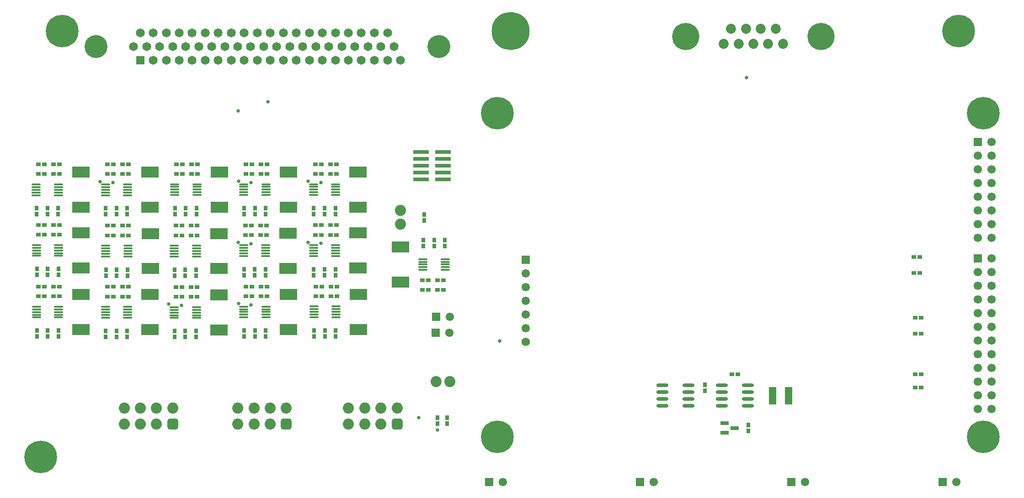
<source format=gts>
%FSLAX25Y25*%
%MOIN*%
G70*
G01*
G75*
G04 Layer_Color=8388736*
%ADD10R,0.02756X0.03150*%
%ADD11R,0.11000X0.02900*%
%ADD12O,0.08661X0.02362*%
%ADD13R,0.03150X0.02756*%
%ADD14R,0.05906X0.02362*%
%ADD15R,0.05118X0.03150*%
%ADD16R,0.12598X0.07874*%
%ADD17O,0.06890X0.01181*%
%ADD18C,0.01181*%
%ADD19C,0.01000*%
%ADD20C,0.01800*%
%ADD21C,0.02000*%
%ADD22C,0.03000*%
%ADD23C,0.07874*%
G04:AMPARAMS|DCode=24|XSize=78.74mil|YSize=78.74mil|CornerRadius=19.69mil|HoleSize=0mil|Usage=FLASHONLY|Rotation=0.000|XOffset=0mil|YOffset=0mil|HoleType=Round|Shape=RoundedRectangle|*
%AMROUNDEDRECTD24*
21,1,0.07874,0.03937,0,0,0.0*
21,1,0.03937,0.07874,0,0,0.0*
1,1,0.03937,0.01969,-0.01969*
1,1,0.03937,-0.01969,-0.01969*
1,1,0.03937,-0.01969,0.01969*
1,1,0.03937,0.01969,0.01969*
%
%ADD24ROUNDEDRECTD24*%
%ADD25C,0.23622*%
%ADD26C,0.05906*%
%ADD27R,0.05906X0.05906*%
%ADD28R,0.05906X0.05906*%
%ADD29C,0.27559*%
%ADD30C,0.06299*%
%ADD31R,0.06299X0.06299*%
%ADD32C,0.16535*%
%ADD33C,0.19685*%
%ADD34C,0.07087*%
%ADD35C,0.06000*%
%ADD36C,0.02756*%
%ADD37C,0.02362*%
%ADD38C,0.03937*%
%ADD39C,0.01969*%
%ADD40C,0.04000*%
%ADD41C,0.04000*%
%ADD42C,0.00787*%
%ADD43C,0.07937*%
%ADD44C,0.15811*%
%ADD45C,0.08331*%
%ADD46C,0.16598*%
%ADD47C,0.07543*%
G04:AMPARAMS|DCode=48|XSize=95.433mil|YSize=95.433mil|CornerRadius=0mil|HoleSize=0mil|Usage=FLASHONLY|Rotation=0.000|XOffset=0mil|YOffset=0mil|HoleType=Round|Shape=Relief|Width=10mil|Gap=10mil|Entries=4|*
%AMTHD48*
7,0,0,0.09543,0.07543,0.01000,45*
%
%ADD48THD48*%
%ADD49C,0.16205*%
%ADD50C,0.17779*%
%ADD51C,0.08685*%
%ADD52C,0.16520*%
%ADD53C,0.07000*%
%ADD54C,0.05181*%
G04:AMPARAMS|DCode=55|XSize=71.811mil|YSize=71.811mil|CornerRadius=0mil|HoleSize=0mil|Usage=FLASHONLY|Rotation=0.000|XOffset=0mil|YOffset=0mil|HoleType=Round|Shape=Relief|Width=10mil|Gap=10mil|Entries=4|*
%AMTHD55*
7,0,0,0.07181,0.05181,0.01000,45*
%
%ADD55THD55*%
%ADD56C,0.05969*%
G04:AMPARAMS|DCode=57|XSize=79.685mil|YSize=79.685mil|CornerRadius=0mil|HoleSize=0mil|Usage=FLASHONLY|Rotation=0.000|XOffset=0mil|YOffset=0mil|HoleType=Round|Shape=Relief|Width=10mil|Gap=10mil|Entries=4|*
%AMTHD57*
7,0,0,0.07969,0.05969,0.01000,45*
%
%ADD57THD57*%
%ADD58C,0.01772*%
%ADD59C,0.00984*%
%ADD60C,0.02362*%
%ADD61C,0.01575*%
%ADD62C,0.00394*%
%ADD63C,0.00750*%
%ADD64C,0.00500*%
%ADD65R,0.05800X0.12500*%
%ADD66R,0.02956X0.03350*%
%ADD67R,0.11200X0.03100*%
%ADD68O,0.08861X0.02562*%
%ADD69R,0.03350X0.02956*%
%ADD70R,0.06106X0.02562*%
%ADD71R,0.05318X0.03350*%
%ADD72R,0.12798X0.08074*%
%ADD73O,0.07090X0.01381*%
%ADD74C,0.08074*%
G04:AMPARAMS|DCode=75|XSize=80.74mil|YSize=80.74mil|CornerRadius=20.69mil|HoleSize=0mil|Usage=FLASHONLY|Rotation=0.000|XOffset=0mil|YOffset=0mil|HoleType=Round|Shape=RoundedRectangle|*
%AMROUNDEDRECTD75*
21,1,0.08074,0.03937,0,0,0.0*
21,1,0.03937,0.08074,0,0,0.0*
1,1,0.04137,0.01969,-0.01969*
1,1,0.04137,-0.01969,-0.01969*
1,1,0.04137,-0.01969,0.01969*
1,1,0.04137,0.01969,0.01969*
%
%ADD75ROUNDEDRECTD75*%
%ADD76C,0.00200*%
%ADD77C,0.23822*%
%ADD78C,0.06106*%
%ADD79R,0.06106X0.06106*%
%ADD80R,0.06106X0.06106*%
%ADD81C,0.27759*%
%ADD82C,0.06499*%
%ADD83R,0.06499X0.06499*%
%ADD84C,0.16735*%
%ADD85C,0.19885*%
%ADD86C,0.07287*%
%ADD87C,0.06200*%
%ADD88C,0.02562*%
D65*
X533598Y44691D02*
D03*
X545409Y44688D02*
D03*
D66*
X289370Y28740D02*
D03*
Y24409D02*
D03*
X296260Y24409D02*
D03*
Y28740D02*
D03*
X484385Y52713D02*
D03*
Y48382D02*
D03*
X515881Y23185D02*
D03*
Y18854D02*
D03*
X278972Y158370D02*
D03*
Y154039D02*
D03*
X286846Y154039D02*
D03*
Y158370D02*
D03*
X294720Y158370D02*
D03*
Y154039D02*
D03*
X63125Y87752D02*
D03*
Y92083D02*
D03*
X55251Y92083D02*
D03*
Y87752D02*
D03*
X47377Y87752D02*
D03*
Y92083D02*
D03*
X214861Y132760D02*
D03*
Y137091D02*
D03*
X206987Y137091D02*
D03*
Y132760D02*
D03*
X199113Y132760D02*
D03*
Y137091D02*
D03*
X215094Y87949D02*
D03*
Y92279D02*
D03*
X207220Y92279D02*
D03*
Y87949D02*
D03*
X199346Y87949D02*
D03*
Y92279D02*
D03*
X214861Y177248D02*
D03*
Y181579D02*
D03*
X206987Y181579D02*
D03*
Y177248D02*
D03*
X199113Y177248D02*
D03*
Y181579D02*
D03*
X12893Y87819D02*
D03*
Y92150D02*
D03*
X5019Y92150D02*
D03*
Y87819D02*
D03*
X-2855Y87819D02*
D03*
Y92150D02*
D03*
X12893Y132819D02*
D03*
Y137150D02*
D03*
X5019Y137150D02*
D03*
Y132819D02*
D03*
X-2855Y132819D02*
D03*
Y137150D02*
D03*
X12731Y177122D02*
D03*
Y181453D02*
D03*
X4857Y181453D02*
D03*
Y177122D02*
D03*
X-3017Y177122D02*
D03*
Y181453D02*
D03*
X63125Y177122D02*
D03*
Y181453D02*
D03*
X55251Y181453D02*
D03*
Y177122D02*
D03*
X47377Y177122D02*
D03*
Y181453D02*
D03*
X163913Y132634D02*
D03*
Y136965D02*
D03*
X156039Y136965D02*
D03*
Y132634D02*
D03*
X148165Y132634D02*
D03*
Y136965D02*
D03*
X164074Y87878D02*
D03*
Y92209D02*
D03*
X156200Y92209D02*
D03*
Y87878D02*
D03*
X148326Y87878D02*
D03*
Y92209D02*
D03*
X113287Y87484D02*
D03*
Y91815D02*
D03*
X105413Y91815D02*
D03*
Y87484D02*
D03*
X97539Y87484D02*
D03*
Y91815D02*
D03*
X164074Y177248D02*
D03*
Y181579D02*
D03*
X156200Y181579D02*
D03*
Y177248D02*
D03*
X148326Y177248D02*
D03*
Y181579D02*
D03*
X113680Y177248D02*
D03*
Y181579D02*
D03*
X105806Y181579D02*
D03*
Y177248D02*
D03*
X97932Y177248D02*
D03*
Y181579D02*
D03*
X113287Y132366D02*
D03*
Y136697D02*
D03*
X105413Y136697D02*
D03*
Y132366D02*
D03*
X97539Y132366D02*
D03*
Y136697D02*
D03*
X63287Y132366D02*
D03*
Y136697D02*
D03*
X55413Y136697D02*
D03*
Y132366D02*
D03*
X47539Y132366D02*
D03*
Y136697D02*
D03*
X279523Y176866D02*
D03*
Y172535D02*
D03*
D67*
X277251Y222555D02*
D03*
X293251D02*
D03*
Y217555D02*
D03*
X277251D02*
D03*
X293251Y212555D02*
D03*
X277251D02*
D03*
X293251Y207555D02*
D03*
X277251D02*
D03*
X293251Y202555D02*
D03*
X277251D02*
D03*
D68*
X472180Y37142D02*
D03*
Y42142D02*
D03*
Y47142D02*
D03*
Y52142D02*
D03*
X453283Y37142D02*
D03*
Y42142D02*
D03*
Y47142D02*
D03*
Y52142D02*
D03*
X496590D02*
D03*
Y47142D02*
D03*
Y42142D02*
D03*
Y37142D02*
D03*
X515487Y52142D02*
D03*
Y47142D02*
D03*
Y42142D02*
D03*
Y37142D02*
D03*
D69*
X503873Y60390D02*
D03*
X508204D02*
D03*
X641078Y146020D02*
D03*
X636747D02*
D03*
X641078Y134209D02*
D03*
X636747D02*
D03*
X642062Y89917D02*
D03*
X637732D02*
D03*
X642062Y101728D02*
D03*
X637732D02*
D03*
X642062Y60390D02*
D03*
X637732D02*
D03*
X642062Y50547D02*
D03*
X637732D02*
D03*
X278184Y121953D02*
D03*
X282515D02*
D03*
X278184Y129039D02*
D03*
X282515D02*
D03*
X289208Y121953D02*
D03*
X293539D02*
D03*
X289208Y129039D02*
D03*
X293539D02*
D03*
X63913Y124169D02*
D03*
X59582D02*
D03*
X63913Y117083D02*
D03*
X59582D02*
D03*
X52889Y124169D02*
D03*
X48558D02*
D03*
X52889Y117083D02*
D03*
X48558D02*
D03*
X215649Y169177D02*
D03*
X211318D02*
D03*
X215649Y162091D02*
D03*
X211318D02*
D03*
X204625Y169177D02*
D03*
X200294D02*
D03*
X204625Y162091D02*
D03*
X200294D02*
D03*
X215881Y124366D02*
D03*
X211550D02*
D03*
X215881Y117280D02*
D03*
X211550D02*
D03*
X204857Y124366D02*
D03*
X200527D02*
D03*
X204857Y117280D02*
D03*
X200527D02*
D03*
X215649Y213665D02*
D03*
X211318D02*
D03*
X215649Y206579D02*
D03*
X211318D02*
D03*
X204625Y213665D02*
D03*
X200294D02*
D03*
X204625Y206579D02*
D03*
X200294D02*
D03*
X13680Y124236D02*
D03*
X9350D02*
D03*
X13680Y117150D02*
D03*
X9350D02*
D03*
X2657Y124236D02*
D03*
X-1674D02*
D03*
X2657Y117150D02*
D03*
X-1674D02*
D03*
X13680Y169236D02*
D03*
X9350D02*
D03*
X13680Y162150D02*
D03*
X9350D02*
D03*
X2657Y169236D02*
D03*
X-1674D02*
D03*
X2657Y162150D02*
D03*
X-1674D02*
D03*
X13519Y213539D02*
D03*
X9188D02*
D03*
X13519Y206453D02*
D03*
X9188D02*
D03*
X2495Y213539D02*
D03*
X-1835D02*
D03*
X2495Y206453D02*
D03*
X-1835D02*
D03*
X63913Y213539D02*
D03*
X59582D02*
D03*
X63913Y206453D02*
D03*
X59582D02*
D03*
X52889Y213539D02*
D03*
X48558D02*
D03*
X52889Y206453D02*
D03*
X48558D02*
D03*
X164700Y169051D02*
D03*
X160369D02*
D03*
X164700Y161965D02*
D03*
X160369D02*
D03*
X153676Y169051D02*
D03*
X149346D02*
D03*
X153676Y161965D02*
D03*
X149346D02*
D03*
X164861Y124295D02*
D03*
X160531D02*
D03*
X164861Y117209D02*
D03*
X160531D02*
D03*
X153838Y124295D02*
D03*
X149507D02*
D03*
X153838Y117209D02*
D03*
X149507D02*
D03*
X114074Y123902D02*
D03*
X109743D02*
D03*
X114074Y116815D02*
D03*
X109743D02*
D03*
X103050Y123902D02*
D03*
X98720D02*
D03*
X103050Y116815D02*
D03*
X98720D02*
D03*
X164861Y213665D02*
D03*
X160531D02*
D03*
X164861Y206579D02*
D03*
X160531D02*
D03*
X153838Y213665D02*
D03*
X149507D02*
D03*
X153838Y206579D02*
D03*
X149507D02*
D03*
X114468Y213665D02*
D03*
X110137D02*
D03*
X114468Y206579D02*
D03*
X110137D02*
D03*
X103444Y213665D02*
D03*
X99113D02*
D03*
X103444Y206579D02*
D03*
X99113D02*
D03*
X114074Y168783D02*
D03*
X109743D02*
D03*
X114074Y161697D02*
D03*
X109743D02*
D03*
X103050Y168783D02*
D03*
X98720D02*
D03*
X103050Y161697D02*
D03*
X98720D02*
D03*
X64074Y168783D02*
D03*
X59743D02*
D03*
X64074Y161697D02*
D03*
X59743D02*
D03*
X53050Y168783D02*
D03*
X48720D02*
D03*
X53050Y161697D02*
D03*
X48720D02*
D03*
D70*
X498558Y24524D02*
D03*
Y17516D02*
D03*
X505845Y21020D02*
D03*
D71*
X533598Y49007D02*
D03*
Y44676D02*
D03*
Y40346D02*
D03*
X545409Y49007D02*
D03*
Y44676D02*
D03*
Y40346D02*
D03*
D72*
X262436Y127661D02*
D03*
Y153252D02*
D03*
X79661Y118461D02*
D03*
Y92870D02*
D03*
X231397Y163469D02*
D03*
Y137878D02*
D03*
X231629Y118658D02*
D03*
Y93067D02*
D03*
X231397Y207957D02*
D03*
Y182366D02*
D03*
X29428Y118527D02*
D03*
Y92937D02*
D03*
Y163528D02*
D03*
Y137937D02*
D03*
X29267Y207831D02*
D03*
Y182240D02*
D03*
X79661Y207831D02*
D03*
Y182240D02*
D03*
X180448Y163342D02*
D03*
Y137752D02*
D03*
X180610Y118587D02*
D03*
Y92996D02*
D03*
X129822Y118193D02*
D03*
Y92602D02*
D03*
X180610Y207957D02*
D03*
Y182366D02*
D03*
X130216Y207957D02*
D03*
Y182366D02*
D03*
X129822Y163075D02*
D03*
Y137484D02*
D03*
X79822Y163075D02*
D03*
Y137484D02*
D03*
D73*
X278775Y144394D02*
D03*
Y142425D02*
D03*
Y140457D02*
D03*
Y138488D02*
D03*
Y136520D02*
D03*
X294917Y144394D02*
D03*
Y142425D02*
D03*
Y140457D02*
D03*
Y138488D02*
D03*
Y136520D02*
D03*
X63322Y101728D02*
D03*
Y103697D02*
D03*
Y105665D02*
D03*
Y107634D02*
D03*
Y109602D02*
D03*
X47180Y101728D02*
D03*
Y103697D02*
D03*
Y105665D02*
D03*
Y107634D02*
D03*
Y109602D02*
D03*
X215058Y146736D02*
D03*
Y148705D02*
D03*
Y150673D02*
D03*
Y152642D02*
D03*
Y154610D02*
D03*
X198917Y146736D02*
D03*
Y148705D02*
D03*
Y150673D02*
D03*
Y152642D02*
D03*
Y154610D02*
D03*
X215291Y101925D02*
D03*
Y103894D02*
D03*
Y105862D02*
D03*
Y107831D02*
D03*
Y109799D02*
D03*
X199149Y101925D02*
D03*
Y103894D02*
D03*
Y105862D02*
D03*
Y107831D02*
D03*
Y109799D02*
D03*
X215058Y191224D02*
D03*
Y193193D02*
D03*
Y195161D02*
D03*
Y197130D02*
D03*
Y199098D02*
D03*
X198917Y191224D02*
D03*
Y193193D02*
D03*
Y195161D02*
D03*
Y197130D02*
D03*
Y199098D02*
D03*
X13090Y101795D02*
D03*
Y103764D02*
D03*
Y105732D02*
D03*
Y107701D02*
D03*
Y109669D02*
D03*
X-3052Y101795D02*
D03*
Y103764D02*
D03*
Y105732D02*
D03*
Y107701D02*
D03*
Y109669D02*
D03*
X13090Y146795D02*
D03*
Y148764D02*
D03*
Y150732D02*
D03*
Y152701D02*
D03*
Y154669D02*
D03*
X-3052Y146795D02*
D03*
Y148764D02*
D03*
Y150732D02*
D03*
Y152701D02*
D03*
Y154669D02*
D03*
X12928Y191098D02*
D03*
Y193067D02*
D03*
Y195035D02*
D03*
Y197004D02*
D03*
Y198972D02*
D03*
X-3213Y191098D02*
D03*
Y193067D02*
D03*
Y195035D02*
D03*
Y197004D02*
D03*
Y198972D02*
D03*
X63322Y191098D02*
D03*
Y193067D02*
D03*
Y195035D02*
D03*
Y197004D02*
D03*
Y198972D02*
D03*
X47180Y191098D02*
D03*
Y193067D02*
D03*
Y195035D02*
D03*
Y197004D02*
D03*
Y198972D02*
D03*
X164110Y146610D02*
D03*
Y148579D02*
D03*
Y150547D02*
D03*
Y152516D02*
D03*
Y154484D02*
D03*
X147968Y146610D02*
D03*
Y148579D02*
D03*
Y150547D02*
D03*
Y152516D02*
D03*
Y154484D02*
D03*
X164271Y101854D02*
D03*
Y103823D02*
D03*
Y105791D02*
D03*
Y107760D02*
D03*
Y109728D02*
D03*
X148129Y101854D02*
D03*
Y103823D02*
D03*
Y105791D02*
D03*
Y107760D02*
D03*
Y109728D02*
D03*
X113484Y101461D02*
D03*
Y103429D02*
D03*
Y105398D02*
D03*
Y107366D02*
D03*
Y109335D02*
D03*
X97342Y101461D02*
D03*
Y103429D02*
D03*
Y105398D02*
D03*
Y107366D02*
D03*
Y109335D02*
D03*
X164271Y191224D02*
D03*
Y193193D02*
D03*
Y195161D02*
D03*
Y197130D02*
D03*
Y199098D02*
D03*
X148129Y191224D02*
D03*
Y193193D02*
D03*
Y195161D02*
D03*
Y197130D02*
D03*
Y199098D02*
D03*
X113877Y191224D02*
D03*
Y193193D02*
D03*
Y195161D02*
D03*
Y197130D02*
D03*
Y199098D02*
D03*
X97736Y191224D02*
D03*
Y193193D02*
D03*
Y195161D02*
D03*
Y197130D02*
D03*
Y199098D02*
D03*
X113484Y146343D02*
D03*
Y148311D02*
D03*
Y150279D02*
D03*
Y152248D02*
D03*
Y154217D02*
D03*
X97342Y146343D02*
D03*
Y148311D02*
D03*
Y150279D02*
D03*
Y152248D02*
D03*
Y154217D02*
D03*
X63484Y146343D02*
D03*
Y148311D02*
D03*
Y150279D02*
D03*
Y152248D02*
D03*
Y154217D02*
D03*
X47342Y146343D02*
D03*
Y148311D02*
D03*
Y150279D02*
D03*
Y152248D02*
D03*
Y154217D02*
D03*
D74*
X84449Y23854D02*
D03*
X72638D02*
D03*
X60827D02*
D03*
Y35654D02*
D03*
X72638D02*
D03*
X96260D02*
D03*
X84449D02*
D03*
X167323Y23854D02*
D03*
X155512D02*
D03*
X143701D02*
D03*
Y35654D02*
D03*
X155512D02*
D03*
X179134D02*
D03*
X167323D02*
D03*
X248031Y23854D02*
D03*
X236221D02*
D03*
X224410D02*
D03*
Y35654D02*
D03*
X236221D02*
D03*
X259842D02*
D03*
X248031D02*
D03*
X298440Y55075D02*
D03*
X288440D02*
D03*
X262318Y169953D02*
D03*
Y179953D02*
D03*
D75*
X96260Y23854D02*
D03*
X179134D02*
D03*
X259842D02*
D03*
D76*
X87756Y-9646D02*
D03*
X69331D02*
D03*
X170630D02*
D03*
X152205D02*
D03*
X251339D02*
D03*
X232913D02*
D03*
D77*
X332889Y14720D02*
D03*
X687220Y250941D02*
D03*
X332889D02*
D03*
X687220Y14720D02*
D03*
X0Y0D02*
D03*
X669291Y311024D02*
D03*
X15748Y311024D02*
D03*
D78*
X693204Y160035D02*
D03*
X683204D02*
D03*
X693204Y170035D02*
D03*
X683204D02*
D03*
X693204Y180035D02*
D03*
X683204D02*
D03*
X693204Y190035D02*
D03*
X683204D02*
D03*
X693204Y200035D02*
D03*
X683204D02*
D03*
X693204Y210035D02*
D03*
X683204D02*
D03*
X693204Y220035D02*
D03*
X683204D02*
D03*
X693204Y230035D02*
D03*
Y135035D02*
D03*
Y115035D02*
D03*
Y145035D02*
D03*
Y105035D02*
D03*
Y125035D02*
D03*
Y75035D02*
D03*
Y85035D02*
D03*
Y65035D02*
D03*
Y45035D02*
D03*
Y55035D02*
D03*
Y35035D02*
D03*
X683204Y135035D02*
D03*
X693204Y95035D02*
D03*
X683204Y125035D02*
D03*
Y115035D02*
D03*
Y105035D02*
D03*
Y85035D02*
D03*
Y95035D02*
D03*
Y55035D02*
D03*
Y65035D02*
D03*
Y75035D02*
D03*
Y35035D02*
D03*
Y45035D02*
D03*
X353558Y94051D02*
D03*
Y104051D02*
D03*
Y114051D02*
D03*
Y124051D02*
D03*
Y134051D02*
D03*
X298224Y102417D02*
D03*
X298125Y90508D02*
D03*
X447141Y-18350D02*
D03*
X336905Y-18350D02*
D03*
X557377Y-18350D02*
D03*
X667613D02*
D03*
D79*
X683204Y230035D02*
D03*
Y145035D02*
D03*
X353558Y144051D02*
D03*
D80*
X288224Y102417D02*
D03*
X288125Y90508D02*
D03*
X437141Y-18350D02*
D03*
X326905Y-18350D02*
D03*
X547377Y-18350D02*
D03*
X657613D02*
D03*
D81*
X342520Y311024D02*
D03*
D82*
X86716Y299630D02*
D03*
X77228D02*
D03*
X96204D02*
D03*
X105692D02*
D03*
X115180D02*
D03*
X124669D02*
D03*
X134157D02*
D03*
X143645D02*
D03*
X153133D02*
D03*
X162621D02*
D03*
X172109D02*
D03*
X181598D02*
D03*
X191086D02*
D03*
X200574D02*
D03*
X210062D02*
D03*
X219550D02*
D03*
X229039D02*
D03*
X238527D02*
D03*
X248133D02*
D03*
X257621D02*
D03*
X252897Y309630D02*
D03*
X243409D02*
D03*
X233802D02*
D03*
X224314D02*
D03*
X214826D02*
D03*
X205338D02*
D03*
X195850D02*
D03*
X186361D02*
D03*
X176873D02*
D03*
X167385D02*
D03*
X157897D02*
D03*
X148409D02*
D03*
X138920D02*
D03*
X129432D02*
D03*
X119944D02*
D03*
X110456D02*
D03*
X100968D02*
D03*
X91479D02*
D03*
X72503D02*
D03*
X81991D02*
D03*
X67739Y299630D02*
D03*
X81991Y289630D02*
D03*
X91479D02*
D03*
X100968D02*
D03*
X110456D02*
D03*
X119944D02*
D03*
X129432D02*
D03*
X138920D02*
D03*
X148409D02*
D03*
X157897D02*
D03*
X167385D02*
D03*
X176873D02*
D03*
X186361D02*
D03*
X195850D02*
D03*
X205338D02*
D03*
X214826D02*
D03*
X224314D02*
D03*
X233802D02*
D03*
X243409D02*
D03*
X252897D02*
D03*
X262385D02*
D03*
D83*
X72503D02*
D03*
D84*
X290220Y299630D02*
D03*
X40220D02*
D03*
D85*
X568858Y307063D02*
D03*
X470458D02*
D03*
D86*
X498058Y301463D02*
D03*
X508858D02*
D03*
X519658D02*
D03*
X530458D02*
D03*
X541258D02*
D03*
X503458Y312663D02*
D03*
X514258D02*
D03*
X525058D02*
D03*
X535858D02*
D03*
D87*
X353558Y84051D02*
D03*
D88*
X334646Y84646D02*
D03*
X289370Y19685D02*
D03*
X275590Y28543D02*
D03*
X165487Y259208D02*
D03*
X143834Y252516D02*
D03*
X52486Y200153D02*
D03*
X43279Y201102D02*
D03*
X153435Y110909D02*
D03*
X144228Y111858D02*
D03*
X153273Y155665D02*
D03*
X144066Y156614D02*
D03*
X153435Y200279D02*
D03*
X144228Y201228D02*
D03*
X204222Y155791D02*
D03*
X195015Y156739D02*
D03*
X204222Y200279D02*
D03*
X195015Y201228D02*
D03*
X93440Y111464D02*
D03*
X102647Y110516D02*
D03*
X514700Y276925D02*
D03*
M02*

</source>
